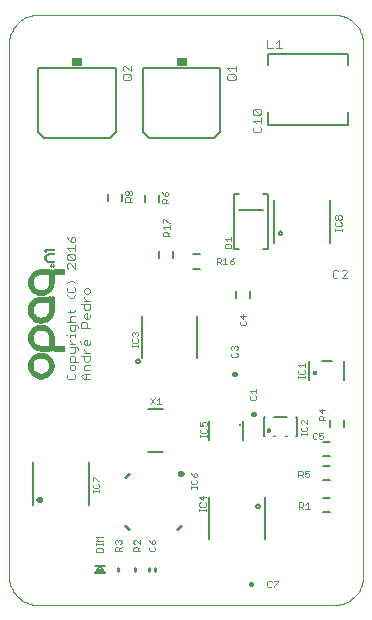
<source format=gto>
G75*
G70*
%OFA0B0*%
%FSLAX24Y24*%
%IPPOS*%
%LPD*%
%AMOC8*
5,1,8,0,0,1.08239X$1,22.5*
%
%ADD10C,0.0000*%
%ADD11C,0.0040*%
%ADD12R,0.0014X0.0168*%
%ADD13R,0.0014X0.0168*%
%ADD14R,0.0014X0.0126*%
%ADD15R,0.0014X0.0504*%
%ADD16R,0.0014X0.0560*%
%ADD17R,0.0014X0.0490*%
%ADD18R,0.0014X0.0098*%
%ADD19R,0.0014X0.0056*%
%ADD20R,0.0014X0.0042*%
%ADD21R,0.0014X0.0252*%
%ADD22R,0.0014X0.0602*%
%ADD23R,0.0014X0.0336*%
%ADD24R,0.0014X0.0602*%
%ADD25R,0.0014X0.0644*%
%ADD26R,0.0014X0.0392*%
%ADD27R,0.0014X0.0630*%
%ADD28R,0.0014X0.0672*%
%ADD29R,0.0014X0.0028*%
%ADD30R,0.0014X0.0056*%
%ADD31R,0.0014X0.0042*%
%ADD32R,0.0014X0.0448*%
%ADD33R,0.0014X0.0658*%
%ADD34R,0.0014X0.0686*%
%ADD35R,0.0014X0.0028*%
%ADD36R,0.0014X0.0714*%
%ADD37R,0.0014X0.0672*%
%ADD38R,0.0014X0.0532*%
%ADD39R,0.0014X0.0700*%
%ADD40R,0.0014X0.0728*%
%ADD41R,0.0014X0.0714*%
%ADD42R,0.0014X0.0742*%
%ADD43R,0.0014X0.0588*%
%ADD44R,0.0014X0.0742*%
%ADD45R,0.0014X0.0756*%
%ADD46R,0.0014X0.0728*%
%ADD47R,0.0014X0.0098*%
%ADD48R,0.0014X0.0616*%
%ADD49R,0.0014X0.0756*%
%ADD50R,0.0014X0.0770*%
%ADD51R,0.0014X0.0784*%
%ADD52R,0.0014X0.0798*%
%ADD53R,0.0014X0.0280*%
%ADD54R,0.0014X0.0378*%
%ADD55R,0.0014X0.0196*%
%ADD56R,0.0014X0.0266*%
%ADD57R,0.0014X0.0238*%
%ADD58R,0.0014X0.0252*%
%ADD59R,0.0014X0.0294*%
%ADD60R,0.0014X0.0196*%
%ADD61R,0.0014X0.0070*%
%ADD62R,0.0014X0.0224*%
%ADD63R,0.0014X0.0224*%
%ADD64R,0.0014X0.0238*%
%ADD65R,0.0014X0.0070*%
%ADD66R,0.0014X0.0252*%
%ADD67R,0.0014X0.0210*%
%ADD68R,0.0014X0.0084*%
%ADD69R,0.0014X0.0224*%
%ADD70R,0.0014X0.0084*%
%ADD71R,0.0014X0.0014*%
%ADD72R,0.0014X0.0182*%
%ADD73R,0.0014X0.0182*%
%ADD74R,0.0014X0.0112*%
%ADD75R,0.0014X0.0154*%
%ADD76R,0.0014X0.0182*%
%ADD77R,0.0014X0.0182*%
%ADD78R,0.0014X0.0252*%
%ADD79R,0.0014X0.0308*%
%ADD80R,0.0014X0.0672*%
%ADD81R,0.0014X0.0630*%
%ADD82R,0.0014X0.0602*%
%ADD83R,0.0014X0.0602*%
%ADD84R,0.0014X0.0532*%
%ADD85R,0.0014X0.0448*%
%ADD86R,0.0014X0.0392*%
%ADD87R,0.0014X0.0392*%
%ADD88R,0.0014X0.0322*%
%ADD89C,0.0080*%
%ADD90R,0.0340X0.0300*%
%ADD91C,0.0060*%
%ADD92C,0.0030*%
%ADD93C,0.0050*%
%ADD94C,0.0079*%
%ADD95C,0.0070*%
%ADD96C,0.0177*%
%ADD97C,0.0160*%
%ADD98C,0.0020*%
%ADD99C,0.0100*%
%ADD100C,0.0079*%
%ADD101C,0.0118*%
D10*
X016013Y005469D02*
X016013Y023186D01*
X016014Y023186D02*
X016016Y023248D01*
X016022Y023309D01*
X016031Y023370D01*
X016045Y023431D01*
X016062Y023490D01*
X016083Y023548D01*
X016108Y023605D01*
X016136Y023660D01*
X016167Y023713D01*
X016202Y023764D01*
X016240Y023813D01*
X016281Y023860D01*
X016324Y023903D01*
X016371Y023944D01*
X016420Y023982D01*
X016471Y024017D01*
X016524Y024048D01*
X016579Y024076D01*
X016636Y024101D01*
X016694Y024122D01*
X016753Y024139D01*
X016814Y024153D01*
X016875Y024162D01*
X016936Y024168D01*
X016998Y024170D01*
X026840Y024170D01*
X026902Y024168D01*
X026963Y024162D01*
X027024Y024153D01*
X027085Y024139D01*
X027144Y024122D01*
X027202Y024101D01*
X027259Y024076D01*
X027314Y024048D01*
X027367Y024017D01*
X027418Y023982D01*
X027467Y023944D01*
X027514Y023903D01*
X027557Y023860D01*
X027598Y023813D01*
X027636Y023764D01*
X027671Y023713D01*
X027702Y023660D01*
X027730Y023605D01*
X027755Y023548D01*
X027776Y023490D01*
X027793Y023431D01*
X027807Y023370D01*
X027816Y023309D01*
X027822Y023248D01*
X027824Y023186D01*
X027824Y005469D01*
X027822Y005407D01*
X027816Y005346D01*
X027807Y005285D01*
X027793Y005224D01*
X027776Y005165D01*
X027755Y005107D01*
X027730Y005050D01*
X027702Y004995D01*
X027671Y004942D01*
X027636Y004891D01*
X027598Y004842D01*
X027557Y004795D01*
X027514Y004752D01*
X027467Y004711D01*
X027418Y004673D01*
X027367Y004638D01*
X027314Y004607D01*
X027259Y004579D01*
X027202Y004554D01*
X027144Y004533D01*
X027085Y004516D01*
X027024Y004502D01*
X026963Y004493D01*
X026902Y004487D01*
X026840Y004485D01*
X016998Y004485D01*
X016936Y004487D01*
X016875Y004493D01*
X016814Y004502D01*
X016753Y004516D01*
X016694Y004533D01*
X016636Y004554D01*
X016579Y004579D01*
X016524Y004607D01*
X016471Y004638D01*
X016420Y004673D01*
X016371Y004711D01*
X016324Y004752D01*
X016281Y004795D01*
X016240Y004842D01*
X016202Y004891D01*
X016167Y004942D01*
X016136Y004995D01*
X016108Y005050D01*
X016083Y005107D01*
X016062Y005165D01*
X016045Y005224D01*
X016031Y005285D01*
X016022Y005346D01*
X016016Y005407D01*
X016014Y005469D01*
D11*
X018000Y012018D02*
X018187Y012018D01*
X018234Y012065D01*
X018234Y012158D01*
X018187Y012205D01*
X018187Y012313D02*
X018234Y012360D01*
X018234Y012453D01*
X018187Y012500D01*
X018094Y012500D01*
X018047Y012453D01*
X018047Y012360D01*
X018094Y012313D01*
X018187Y012313D01*
X018000Y012205D02*
X017953Y012158D01*
X017953Y012065D01*
X018000Y012018D01*
X018433Y012112D02*
X018527Y012205D01*
X018714Y012205D01*
X018714Y012313D02*
X018527Y012313D01*
X018527Y012453D01*
X018574Y012500D01*
X018714Y012500D01*
X018667Y012608D02*
X018574Y012608D01*
X018527Y012654D01*
X018527Y012794D01*
X018433Y012794D02*
X018714Y012794D01*
X018714Y012654D01*
X018667Y012608D01*
X018714Y012902D02*
X018527Y012902D01*
X018620Y012902D02*
X018527Y012996D01*
X018527Y013042D01*
X018574Y013148D02*
X018527Y013194D01*
X018527Y013288D01*
X018574Y013335D01*
X018620Y013335D01*
X018620Y013148D01*
X018574Y013148D02*
X018667Y013148D01*
X018714Y013194D01*
X018714Y013288D01*
X018433Y013194D02*
X018387Y013288D01*
X018234Y013197D02*
X018047Y013197D01*
X018140Y013197D02*
X018047Y013290D01*
X018047Y013337D01*
X018047Y013442D02*
X018047Y013489D01*
X018234Y013489D01*
X018234Y013442D02*
X018234Y013536D01*
X018187Y013639D02*
X018234Y013686D01*
X018234Y013826D01*
X018280Y013826D02*
X018047Y013826D01*
X018047Y013686D01*
X018094Y013639D01*
X018187Y013639D01*
X018327Y013732D02*
X018327Y013779D01*
X018280Y013826D01*
X018234Y013934D02*
X017953Y013934D01*
X018047Y013980D02*
X018047Y014074D01*
X018094Y014120D01*
X018234Y014120D01*
X018187Y014275D02*
X018234Y014322D01*
X018187Y014275D02*
X018000Y014275D01*
X018047Y014228D02*
X018047Y014322D01*
X018047Y014719D02*
X017953Y014813D01*
X018000Y014916D02*
X018187Y014916D01*
X018234Y014962D01*
X018234Y015056D01*
X018187Y015103D01*
X018234Y015210D02*
X018140Y015304D01*
X018047Y015304D01*
X017953Y015210D01*
X018000Y015103D02*
X017953Y015056D01*
X017953Y014962D01*
X018000Y014916D01*
X018047Y014719D02*
X018140Y014719D01*
X018234Y014813D01*
X018527Y014761D02*
X018527Y014714D01*
X018620Y014621D01*
X018527Y014621D02*
X018714Y014621D01*
X018714Y014513D02*
X018433Y014513D01*
X018527Y014513D02*
X018527Y014373D01*
X018574Y014326D01*
X018667Y014326D01*
X018714Y014373D01*
X018714Y014513D01*
X018620Y014219D02*
X018620Y014032D01*
X018574Y014032D02*
X018527Y014078D01*
X018527Y014172D01*
X018574Y014219D01*
X018620Y014219D01*
X018714Y014172D02*
X018714Y014078D01*
X018667Y014032D01*
X018574Y014032D01*
X018574Y013924D02*
X018620Y013877D01*
X018620Y013737D01*
X018714Y013737D02*
X018433Y013737D01*
X018433Y013877D01*
X018480Y013924D01*
X018574Y013924D01*
X018094Y013934D02*
X018047Y013980D01*
X017953Y013489D02*
X017907Y013489D01*
X018047Y013089D02*
X018280Y013089D01*
X018327Y013042D01*
X018327Y012996D01*
X018234Y012949D02*
X018234Y013089D01*
X018234Y012949D02*
X018187Y012902D01*
X018047Y012902D01*
X018094Y012794D02*
X018047Y012748D01*
X018047Y012608D01*
X018327Y012608D01*
X018234Y012608D02*
X018234Y012748D01*
X018187Y012794D01*
X018094Y012794D01*
X018574Y012205D02*
X018574Y012018D01*
X018527Y012018D02*
X018433Y012112D01*
X018527Y012018D02*
X018714Y012018D01*
X018667Y014867D02*
X018714Y014913D01*
X018714Y015007D01*
X018667Y015053D01*
X018574Y015053D01*
X018527Y015007D01*
X018527Y014913D01*
X018574Y014867D01*
X018667Y014867D01*
X018234Y015701D02*
X018047Y015888D01*
X018000Y015888D01*
X017953Y015842D01*
X017953Y015748D01*
X018000Y015701D01*
X018234Y015701D02*
X018234Y015888D01*
X018187Y015996D02*
X018000Y016183D01*
X018187Y016183D01*
X018234Y016136D01*
X018234Y016043D01*
X018187Y015996D01*
X018000Y015996D01*
X017953Y016043D01*
X017953Y016136D01*
X018000Y016183D01*
X018047Y016291D02*
X017953Y016384D01*
X018234Y016384D01*
X018234Y016291D02*
X018234Y016478D01*
X018187Y016585D02*
X018234Y016632D01*
X018234Y016725D01*
X018187Y016772D01*
X018140Y016772D01*
X018094Y016725D01*
X018094Y016585D01*
X018187Y016585D01*
X018094Y016585D02*
X018000Y016679D01*
X017953Y016772D01*
X024151Y020298D02*
X024198Y020252D01*
X024384Y020252D01*
X024431Y020298D01*
X024431Y020392D01*
X024384Y020438D01*
X024431Y020546D02*
X024431Y020733D01*
X024431Y020640D02*
X024151Y020640D01*
X024244Y020546D01*
X024198Y020438D02*
X024151Y020392D01*
X024151Y020298D01*
X024198Y020841D02*
X024151Y020888D01*
X024151Y020981D01*
X024198Y021028D01*
X024384Y020841D01*
X024431Y020888D01*
X024431Y020981D01*
X024384Y021028D01*
X024198Y021028D01*
X024198Y020841D02*
X024384Y020841D01*
X023526Y021990D02*
X023573Y022037D01*
X023573Y022130D01*
X023526Y022177D01*
X023340Y022177D01*
X023293Y022130D01*
X023293Y022037D01*
X023340Y021990D01*
X023526Y021990D01*
X023480Y022084D02*
X023573Y022177D01*
X023573Y022285D02*
X023573Y022472D01*
X023573Y022378D02*
X023293Y022378D01*
X023386Y022285D01*
X024634Y023049D02*
X024821Y023049D01*
X024929Y023049D02*
X025115Y023049D01*
X025022Y023049D02*
X025022Y023330D01*
X024929Y023236D01*
X024634Y023330D02*
X024634Y023049D01*
X020085Y022472D02*
X020085Y022285D01*
X019898Y022472D01*
X019851Y022472D01*
X019805Y022425D01*
X019805Y022332D01*
X019851Y022285D01*
X019851Y022177D02*
X020038Y022177D01*
X020085Y022130D01*
X020085Y022037D01*
X020038Y021990D01*
X019851Y021990D01*
X019805Y022037D01*
X019805Y022130D01*
X019851Y022177D01*
X019992Y022084D02*
X020085Y022177D01*
X026809Y015623D02*
X026809Y015436D01*
X026855Y015390D01*
X026949Y015390D01*
X026996Y015436D01*
X027103Y015390D02*
X027290Y015576D01*
X027290Y015623D01*
X027244Y015670D01*
X027150Y015670D01*
X027103Y015623D01*
X026996Y015623D02*
X026949Y015670D01*
X026855Y015670D01*
X026809Y015623D01*
X027103Y015390D02*
X027290Y015390D01*
D12*
X017889Y015580D03*
X017875Y015580D03*
X017861Y015580D03*
X017833Y015580D03*
X017819Y015580D03*
X017805Y015580D03*
X017791Y015580D03*
X017763Y015580D03*
X017749Y015580D03*
X017735Y015580D03*
X017721Y015580D03*
X017693Y015580D03*
X017679Y015580D03*
X017665Y015580D03*
X017651Y015580D03*
X017623Y015580D03*
X017609Y015580D03*
X017595Y015580D03*
X017581Y015580D03*
X017553Y015580D03*
X017371Y015580D03*
X017343Y015580D03*
X017329Y015580D03*
X017315Y015580D03*
X017301Y015580D03*
X017273Y015580D03*
X017259Y015580D03*
X017245Y015580D03*
X017231Y015580D03*
X017203Y015580D03*
X017189Y015580D03*
X017175Y015580D03*
X017161Y015580D03*
X017133Y015580D03*
X017119Y015580D03*
X017105Y015580D03*
X017091Y015580D03*
X017063Y015580D03*
X017049Y015580D03*
X017035Y015580D03*
X017035Y014894D03*
X017021Y014894D03*
X017049Y014894D03*
X017063Y014894D03*
X017091Y014880D03*
X017105Y014880D03*
X017119Y014880D03*
X017133Y014880D03*
X017161Y014894D03*
X017175Y014894D03*
X017189Y014894D03*
X017203Y014894D03*
X017231Y014908D03*
X017189Y013732D03*
X017175Y013732D03*
X017161Y013732D03*
X017133Y013732D03*
X017119Y013732D03*
X017105Y013732D03*
X017091Y013732D03*
X017063Y013732D03*
X017049Y013732D03*
X017035Y013732D03*
X017035Y013046D03*
X017021Y013046D03*
X017049Y013046D03*
X017063Y013046D03*
X017091Y013032D03*
X017105Y013032D03*
X017119Y013032D03*
X017133Y013032D03*
X017161Y013032D03*
X017175Y013032D03*
X017189Y013032D03*
X017203Y013032D03*
X017231Y013032D03*
X017245Y013032D03*
X017259Y013032D03*
X017273Y013032D03*
X017301Y013032D03*
X017315Y013032D03*
X017329Y013032D03*
X017343Y013032D03*
X017371Y013032D03*
X017553Y013032D03*
X017581Y013032D03*
X017595Y013032D03*
X017609Y013032D03*
X017623Y013032D03*
X017651Y013032D03*
X017665Y013032D03*
X017679Y013032D03*
X017693Y013032D03*
X017721Y013032D03*
X017735Y013032D03*
X017749Y013032D03*
X017763Y013032D03*
X017791Y013032D03*
X017805Y013032D03*
X017819Y013032D03*
X017833Y013032D03*
X017861Y013032D03*
X017875Y013032D03*
X017889Y013032D03*
X017175Y012808D03*
X017161Y012808D03*
X017133Y012808D03*
X017119Y012808D03*
X017105Y012808D03*
X017091Y012808D03*
X017063Y012808D03*
X017049Y012808D03*
X017049Y012122D03*
X017035Y012122D03*
X017021Y012122D03*
X017063Y012108D03*
X017091Y012108D03*
X017105Y012108D03*
X017119Y012108D03*
X017133Y012108D03*
X017161Y012108D03*
X017175Y012122D03*
X017189Y012122D03*
X017203Y012122D03*
D13*
X017147Y012108D03*
X017077Y012108D03*
X017007Y012794D03*
X017077Y012808D03*
X017147Y012808D03*
X017217Y012794D03*
X017217Y013032D03*
X017147Y013032D03*
X017077Y013032D03*
X017287Y013032D03*
X017357Y013032D03*
X017567Y013032D03*
X017637Y013032D03*
X017707Y013032D03*
X017777Y013032D03*
X017847Y013032D03*
X017217Y013718D03*
X017147Y013732D03*
X017077Y013732D03*
X017007Y013718D03*
X017077Y014880D03*
X017007Y015566D03*
X017077Y015580D03*
X017147Y015580D03*
X017217Y015580D03*
X017287Y015580D03*
X017357Y015580D03*
X017567Y015580D03*
X017637Y015580D03*
X017707Y015580D03*
X017777Y015580D03*
X017847Y015580D03*
D14*
X017525Y015797D03*
X017441Y015797D03*
X016685Y015237D03*
X016685Y013389D03*
X016685Y012465D03*
X017539Y012465D03*
D15*
X017539Y013200D03*
D16*
X017525Y013228D03*
X016783Y013382D03*
X016783Y012458D03*
X017441Y012458D03*
X016769Y014320D03*
X017539Y014488D03*
X016783Y015230D03*
X017525Y015384D03*
D17*
X017539Y015419D03*
X016755Y015237D03*
X016741Y014327D03*
X016755Y013389D03*
X016755Y012465D03*
X017469Y012465D03*
D18*
X017539Y015797D03*
D19*
X017539Y015916D03*
X017525Y015916D03*
X017511Y015916D03*
X017483Y015916D03*
X017469Y015916D03*
X017455Y015916D03*
X017441Y015916D03*
X017413Y015916D03*
X017399Y015916D03*
X017385Y015916D03*
X017371Y015916D03*
X017329Y015930D03*
X017371Y016182D03*
X017385Y016182D03*
X017399Y016182D03*
X017413Y016182D03*
X017441Y016182D03*
X017455Y016182D03*
X017469Y016182D03*
X017483Y016182D03*
X017511Y016182D03*
X017525Y016182D03*
X017539Y016182D03*
D20*
X017539Y016315D03*
X017525Y016315D03*
X017511Y016315D03*
X017483Y016315D03*
X017469Y016315D03*
X017455Y016315D03*
X017441Y016315D03*
X017413Y016315D03*
X017399Y016315D03*
X017385Y016315D03*
X017371Y016315D03*
X017343Y016315D03*
X017329Y016315D03*
X017315Y016315D03*
X017301Y016315D03*
X017273Y016315D03*
X017273Y016245D03*
X017455Y015839D03*
X017511Y015839D03*
X017511Y015755D03*
X017455Y015755D03*
D21*
X016699Y013382D03*
X016699Y012458D03*
X017525Y012458D03*
D22*
X017525Y014467D03*
X016783Y014327D03*
X017511Y015363D03*
D23*
X016713Y015230D03*
X016713Y013382D03*
X016713Y012458D03*
X017511Y012458D03*
D24*
X017511Y013249D03*
D25*
X017399Y012458D03*
X016825Y012458D03*
X017511Y014446D03*
D26*
X016727Y013382D03*
X016727Y012458D03*
X017497Y012458D03*
D27*
X017497Y013263D03*
X016797Y014327D03*
X017497Y015349D03*
D28*
X017497Y014432D03*
D29*
X017497Y015748D03*
X017497Y015846D03*
D30*
X017497Y015916D03*
X017427Y015916D03*
X017427Y016182D03*
X017357Y016182D03*
X017497Y016182D03*
D31*
X017497Y016315D03*
X017427Y016315D03*
X017357Y016315D03*
X017287Y016315D03*
D32*
X016741Y015230D03*
X016741Y013382D03*
X016741Y012458D03*
X017483Y012458D03*
D33*
X017483Y013277D03*
X016825Y013389D03*
X016811Y014327D03*
X016825Y015237D03*
X017483Y015335D03*
D34*
X017483Y014425D03*
X017469Y013291D03*
D35*
X017469Y015748D03*
X017483Y015748D03*
X017483Y015846D03*
X017469Y015846D03*
D36*
X017441Y015307D03*
X017469Y014411D03*
D37*
X017469Y015328D03*
X016839Y013382D03*
X016839Y012458D03*
X017385Y012458D03*
D38*
X017455Y012458D03*
X016769Y012458D03*
X016769Y013382D03*
D39*
X017455Y013298D03*
X016839Y014320D03*
X017455Y015314D03*
D40*
X017455Y014404D03*
X016853Y014320D03*
D41*
X017441Y013305D03*
D42*
X017441Y014397D03*
X017413Y015293D03*
D43*
X017427Y012458D03*
X016797Y012458D03*
D44*
X017427Y013319D03*
D45*
X017427Y014390D03*
D46*
X017427Y015300D03*
D47*
X017427Y015797D03*
X017287Y015965D03*
D48*
X017413Y012458D03*
D49*
X017413Y013326D03*
X017399Y015286D03*
D50*
X017385Y015279D03*
X017413Y014383D03*
X017399Y013333D03*
X017385Y013333D03*
D51*
X017399Y014376D03*
D52*
X017385Y014369D03*
D53*
X016853Y015020D03*
X016853Y015440D03*
X016853Y013592D03*
X017371Y013592D03*
X016853Y013172D03*
X016853Y012668D03*
X017371Y012668D03*
X017371Y012248D03*
X016853Y012248D03*
D54*
X017371Y014145D03*
D55*
X017203Y013984D03*
X017189Y013984D03*
X017133Y013970D03*
X017119Y013970D03*
X017105Y013970D03*
X017091Y013970D03*
X017063Y013970D03*
X017035Y013984D03*
X017021Y013984D03*
X016965Y013704D03*
X016923Y013676D03*
X017301Y013676D03*
X017273Y012766D03*
X017301Y012752D03*
X016951Y012766D03*
X016923Y012752D03*
X016951Y012150D03*
X017273Y012150D03*
X016979Y014642D03*
X017021Y014656D03*
X017035Y014656D03*
X017049Y014670D03*
X017063Y014670D03*
X017091Y014670D03*
X017105Y014670D03*
X017119Y014670D03*
X017133Y014670D03*
X017161Y014670D03*
X017175Y014670D03*
X017189Y014670D03*
X017203Y014670D03*
X017231Y014670D03*
X017245Y014670D03*
X017259Y014670D03*
X017273Y014670D03*
X017301Y014670D03*
X017315Y014670D03*
X017329Y014670D03*
X017343Y014670D03*
X017371Y014670D03*
X016951Y014922D03*
X016923Y015524D03*
X016965Y015552D03*
X017245Y016056D03*
D56*
X017371Y015027D03*
X016881Y014565D03*
X016881Y014075D03*
X017343Y014075D03*
D57*
X017357Y012227D03*
X016867Y012227D03*
D58*
X016867Y012696D03*
X017357Y012696D03*
X017357Y013620D03*
X016867Y013620D03*
X016867Y015006D03*
X017357Y015006D03*
D59*
X016867Y014551D03*
X017357Y014103D03*
D60*
X017217Y013984D03*
X017147Y013970D03*
X017077Y013970D03*
X017007Y013984D03*
X016937Y013690D03*
X017287Y013690D03*
X016937Y013088D03*
X016937Y012766D03*
X017287Y012766D03*
X017287Y012164D03*
X016937Y012164D03*
X017007Y014656D03*
X017077Y014670D03*
X017147Y014670D03*
X017217Y014670D03*
X017287Y014670D03*
X017357Y014670D03*
X017287Y014936D03*
X016937Y014936D03*
X016937Y015538D03*
D61*
X017357Y015923D03*
X017217Y016049D03*
X017217Y016301D03*
D62*
X017259Y016056D03*
X016895Y015496D03*
X016895Y014964D03*
X016951Y014628D03*
X016951Y014012D03*
X017273Y014012D03*
X017329Y013648D03*
X016895Y013648D03*
X016895Y013116D03*
X016895Y012724D03*
X017329Y012724D03*
X017343Y012206D03*
X017329Y012192D03*
X016895Y012192D03*
X016881Y012206D03*
D63*
X016881Y012710D03*
X017343Y012710D03*
X016685Y014320D03*
D64*
X016909Y014593D03*
X016923Y014607D03*
X016881Y014985D03*
X017343Y014985D03*
X016881Y015489D03*
X016909Y014047D03*
X016923Y014033D03*
X017301Y014033D03*
X017315Y014047D03*
X017343Y013641D03*
X016881Y013641D03*
X016881Y013137D03*
D65*
X017343Y015923D03*
X017315Y015937D03*
X017315Y016161D03*
X017329Y016175D03*
X017343Y016175D03*
D66*
X017273Y016056D03*
X016699Y015230D03*
X016895Y014586D03*
X016895Y014054D03*
X017329Y014054D03*
D67*
X017259Y014005D03*
X017245Y014005D03*
X017231Y013991D03*
X016993Y013991D03*
X016979Y014005D03*
X016965Y014005D03*
X016909Y013669D03*
X017315Y013669D03*
X016909Y013109D03*
X016923Y013095D03*
X016909Y012745D03*
X017315Y012745D03*
X017315Y012185D03*
X017301Y012171D03*
X016923Y012171D03*
X016909Y012185D03*
X016965Y014635D03*
X016993Y014649D03*
X016923Y014943D03*
X016909Y014957D03*
X017301Y014943D03*
X017315Y014957D03*
X017329Y014971D03*
X016909Y015517D03*
D68*
X017301Y015944D03*
X017301Y016154D03*
X017231Y016294D03*
D69*
X016937Y014614D03*
X016937Y014026D03*
X017287Y014026D03*
D70*
X017287Y016140D03*
D71*
X017287Y016231D03*
D72*
X017021Y015573D03*
X017049Y013977D03*
X017161Y013977D03*
X017175Y013977D03*
X017259Y013697D03*
X017273Y013697D03*
X016951Y013697D03*
X016965Y013067D03*
X016979Y013067D03*
X016993Y013053D03*
X016993Y012787D03*
X016979Y012787D03*
X016965Y012773D03*
X017231Y012787D03*
X017245Y012787D03*
X017259Y012773D03*
X017259Y012143D03*
X017245Y012143D03*
X016979Y012143D03*
X016965Y012143D03*
D73*
X016993Y012129D03*
X017231Y012129D03*
X017203Y012801D03*
X017189Y012801D03*
X017035Y012801D03*
X017021Y012801D03*
X016951Y013081D03*
X016979Y013711D03*
X016993Y013711D03*
X017021Y013725D03*
X017203Y013725D03*
X017231Y013711D03*
X017245Y013711D03*
X017245Y014915D03*
X017259Y014915D03*
X017273Y014929D03*
X016993Y014901D03*
X016979Y014915D03*
X016965Y014915D03*
X016951Y015545D03*
X016979Y015559D03*
X016993Y015559D03*
D74*
X017245Y016280D03*
X017259Y016280D03*
D75*
X017231Y016049D03*
D76*
X017217Y014901D03*
X017007Y014901D03*
X017007Y012129D03*
X017217Y012129D03*
D77*
X017007Y013053D03*
X017147Y014887D03*
D78*
X016867Y015468D03*
X016867Y013158D03*
D79*
X016867Y014096D03*
D80*
X016825Y014320D03*
X016839Y015230D03*
D81*
X016811Y015237D03*
X016811Y013389D03*
X016811Y012465D03*
D82*
X016797Y013389D03*
D83*
X016797Y015237D03*
D84*
X016769Y015230D03*
X016755Y014320D03*
D85*
X016727Y014320D03*
D86*
X016727Y015230D03*
D87*
X016713Y014320D03*
D88*
X016699Y014327D03*
D89*
X020261Y012622D02*
X020263Y012637D01*
X020269Y012650D01*
X020278Y012662D01*
X020289Y012671D01*
X020303Y012677D01*
X020318Y012679D01*
X020333Y012677D01*
X020346Y012671D01*
X020358Y012662D01*
X020367Y012651D01*
X020373Y012637D01*
X020375Y012622D01*
X020373Y012607D01*
X020367Y012594D01*
X020358Y012582D01*
X020347Y012573D01*
X020333Y012567D01*
X020318Y012565D01*
X020303Y012567D01*
X020290Y012573D01*
X020278Y012582D01*
X020269Y012593D01*
X020263Y012607D01*
X020261Y012622D01*
X020639Y011020D02*
X021151Y011020D01*
X021151Y009603D02*
X020639Y009603D01*
X024265Y007788D02*
X024267Y007803D01*
X024273Y007816D01*
X024282Y007828D01*
X024293Y007837D01*
X024307Y007843D01*
X024322Y007845D01*
X024337Y007843D01*
X024350Y007837D01*
X024362Y007828D01*
X024371Y007817D01*
X024377Y007803D01*
X024379Y007788D01*
X024377Y007773D01*
X024371Y007760D01*
X024362Y007748D01*
X024351Y007739D01*
X024337Y007733D01*
X024322Y007731D01*
X024307Y007733D01*
X024294Y007739D01*
X024282Y007748D01*
X024273Y007759D01*
X024267Y007773D01*
X024265Y007788D01*
X024478Y016375D02*
X024655Y016375D01*
X024655Y018186D01*
X024478Y018186D01*
X023690Y018186D02*
X023513Y018186D01*
X023513Y016375D01*
X023690Y016375D01*
X025010Y016890D02*
X025012Y016905D01*
X025018Y016918D01*
X025027Y016930D01*
X025038Y016939D01*
X025052Y016945D01*
X025067Y016947D01*
X025082Y016945D01*
X025095Y016939D01*
X025107Y016930D01*
X025116Y016919D01*
X025122Y016905D01*
X025124Y016890D01*
X025122Y016875D01*
X025116Y016862D01*
X025107Y016850D01*
X025096Y016841D01*
X025082Y016835D01*
X025067Y016833D01*
X025052Y016835D01*
X025039Y016841D01*
X025027Y016850D01*
X025018Y016861D01*
X025012Y016875D01*
X025010Y016890D01*
X024478Y017674D02*
X023690Y017674D01*
X022866Y020054D02*
X020681Y020054D01*
X020484Y020251D01*
X020484Y022406D01*
X023063Y022406D01*
X023063Y020251D01*
X022866Y020054D01*
X019574Y020251D02*
X019378Y020054D01*
X017192Y020054D01*
X016996Y020251D01*
X016996Y022406D01*
X019574Y022406D01*
X019574Y020251D01*
D90*
X018285Y022600D03*
X021773Y022600D03*
D91*
X021013Y018146D02*
X021013Y017910D01*
X020541Y017910D02*
X020541Y018146D01*
X019793Y018186D02*
X019793Y017949D01*
X019320Y017949D02*
X019320Y018186D01*
X021013Y016296D02*
X021013Y016060D01*
X021486Y016060D02*
X021486Y016296D01*
X022155Y016178D02*
X022391Y016178D01*
X022391Y015705D02*
X022155Y015705D01*
X023572Y014957D02*
X023572Y014721D01*
X024045Y014721D02*
X024045Y014957D01*
X022298Y014132D02*
X022298Y012712D01*
X020438Y012712D02*
X020438Y014132D01*
X024847Y016570D02*
X024847Y017990D01*
X026707Y017990D02*
X026707Y016570D01*
X026722Y010666D02*
X026722Y010430D01*
X027194Y010430D02*
X027194Y010666D01*
X026722Y009918D02*
X026486Y009918D01*
X026486Y009445D02*
X026722Y009445D01*
X026722Y009130D02*
X026486Y009130D01*
X026486Y008658D02*
X026722Y008658D01*
X026722Y008067D02*
X026486Y008067D01*
X026486Y007595D02*
X026722Y007595D01*
X024542Y008108D02*
X024542Y006688D01*
X022682Y006688D02*
X022682Y008108D01*
X022698Y010004D02*
X022698Y010619D01*
X023818Y010619D02*
X023818Y010004D01*
X024509Y010111D02*
X024546Y010111D01*
X024509Y010111D02*
X024509Y010749D01*
X024546Y010749D01*
X024863Y010749D02*
X025274Y010749D01*
X025591Y010749D02*
X025628Y010749D01*
X025628Y010111D01*
X025591Y010111D01*
X025274Y010111D02*
X025237Y010111D01*
X024900Y010111D02*
X024863Y010111D01*
X018676Y009250D02*
X018676Y007830D01*
X016816Y007830D02*
X016816Y009250D01*
D92*
X018813Y008753D02*
X018813Y008613D01*
X018848Y008532D02*
X018813Y008497D01*
X018813Y008427D01*
X018848Y008392D01*
X018988Y008392D01*
X019023Y008427D01*
X019023Y008497D01*
X018988Y008532D01*
X018988Y008613D02*
X019023Y008613D01*
X018988Y008613D02*
X018848Y008753D01*
X018813Y008753D01*
X018813Y008315D02*
X018813Y008244D01*
X018813Y008279D02*
X019023Y008279D01*
X019023Y008244D02*
X019023Y008315D01*
X018925Y006767D02*
X019135Y006767D01*
X019135Y006627D02*
X018925Y006627D01*
X018995Y006697D01*
X018925Y006767D01*
X018925Y006550D02*
X018925Y006480D01*
X018925Y006515D02*
X019135Y006515D01*
X019135Y006480D02*
X019135Y006550D01*
X019100Y006399D02*
X018960Y006399D01*
X018925Y006364D01*
X018925Y006259D01*
X019135Y006259D01*
X019135Y006364D01*
X019100Y006399D01*
X019558Y006402D02*
X019593Y006437D01*
X019663Y006437D01*
X019698Y006402D01*
X019698Y006297D01*
X019698Y006367D02*
X019768Y006437D01*
X019733Y006518D02*
X019768Y006553D01*
X019768Y006623D01*
X019733Y006658D01*
X019698Y006658D01*
X019663Y006623D01*
X019663Y006588D01*
X019663Y006623D02*
X019628Y006658D01*
X019593Y006658D01*
X019558Y006623D01*
X019558Y006553D01*
X019593Y006518D01*
X019558Y006402D02*
X019558Y006297D01*
X019768Y006297D01*
X020166Y006301D02*
X020166Y006406D01*
X020201Y006441D01*
X020271Y006441D01*
X020306Y006406D01*
X020306Y006301D01*
X020376Y006301D02*
X020166Y006301D01*
X020306Y006371D02*
X020376Y006441D01*
X020376Y006522D02*
X020236Y006662D01*
X020201Y006662D01*
X020166Y006627D01*
X020166Y006557D01*
X020201Y006522D01*
X020376Y006522D02*
X020376Y006662D01*
X020678Y006662D02*
X020713Y006592D01*
X020783Y006522D01*
X020783Y006627D01*
X020818Y006662D01*
X020854Y006662D01*
X020889Y006627D01*
X020889Y006557D01*
X020854Y006522D01*
X020783Y006522D01*
X020713Y006441D02*
X020678Y006406D01*
X020678Y006336D01*
X020713Y006301D01*
X020854Y006301D01*
X020889Y006336D01*
X020889Y006406D01*
X020854Y006441D01*
X022366Y007626D02*
X022366Y007696D01*
X022366Y007661D02*
X022576Y007661D01*
X022576Y007626D02*
X022576Y007696D01*
X022541Y007773D02*
X022576Y007808D01*
X022576Y007878D01*
X022541Y007913D01*
X022471Y007994D02*
X022471Y008134D01*
X022366Y008099D02*
X022471Y007994D01*
X022401Y007913D02*
X022366Y007878D01*
X022366Y007808D01*
X022401Y007773D01*
X022541Y007773D01*
X022576Y008099D02*
X022366Y008099D01*
X022291Y008375D02*
X022291Y008445D01*
X022291Y008410D02*
X022081Y008410D01*
X022081Y008375D02*
X022081Y008445D01*
X022116Y008522D02*
X022256Y008522D01*
X022291Y008557D01*
X022291Y008627D01*
X022256Y008663D01*
X022256Y008743D02*
X022291Y008778D01*
X022291Y008848D01*
X022256Y008883D01*
X022221Y008883D01*
X022186Y008848D01*
X022186Y008743D01*
X022256Y008743D01*
X022186Y008743D02*
X022116Y008813D01*
X022081Y008883D01*
X022116Y008663D02*
X022081Y008627D01*
X022081Y008557D01*
X022116Y008522D01*
X022393Y010081D02*
X022393Y010151D01*
X022393Y010116D02*
X022604Y010116D01*
X022604Y010081D02*
X022604Y010151D01*
X022569Y010228D02*
X022604Y010263D01*
X022604Y010333D01*
X022569Y010368D01*
X022569Y010449D02*
X022604Y010484D01*
X022604Y010554D01*
X022569Y010589D01*
X022499Y010589D01*
X022464Y010554D01*
X022464Y010519D01*
X022499Y010449D01*
X022393Y010449D01*
X022393Y010589D01*
X022428Y010368D02*
X022393Y010333D01*
X022393Y010263D01*
X022428Y010228D01*
X022569Y010228D01*
X021093Y011179D02*
X020953Y011179D01*
X021023Y011179D02*
X021023Y011389D01*
X020953Y011319D01*
X020872Y011389D02*
X020732Y011179D01*
X020872Y011179D02*
X020732Y011389D01*
X023425Y012797D02*
X023425Y012867D01*
X023460Y012902D01*
X023460Y012983D02*
X023425Y013018D01*
X023425Y013088D01*
X023460Y013123D01*
X023495Y013123D01*
X023530Y013088D01*
X023565Y013123D01*
X023600Y013123D01*
X023635Y013088D01*
X023635Y013018D01*
X023600Y012983D01*
X023600Y012902D02*
X023635Y012867D01*
X023635Y012797D01*
X023600Y012762D01*
X023460Y012762D01*
X023425Y012797D01*
X023530Y013053D02*
X023530Y013088D01*
X025662Y012484D02*
X025872Y012484D01*
X025872Y012414D02*
X025872Y012554D01*
X025732Y012414D02*
X025662Y012484D01*
X025697Y012333D02*
X025662Y012298D01*
X025662Y012228D01*
X025697Y012193D01*
X025837Y012193D01*
X025872Y012228D01*
X025872Y012298D01*
X025837Y012333D01*
X025872Y012116D02*
X025872Y012046D01*
X025872Y012081D02*
X025662Y012081D01*
X025662Y012046D02*
X025662Y012116D01*
X024251Y011701D02*
X024251Y011561D01*
X024251Y011631D02*
X024041Y011631D01*
X024111Y011561D01*
X024076Y011480D02*
X024041Y011445D01*
X024041Y011375D01*
X024076Y011340D01*
X024216Y011340D01*
X024251Y011375D01*
X024251Y011445D01*
X024216Y011480D01*
X025747Y010625D02*
X025747Y010555D01*
X025782Y010520D01*
X025782Y010439D02*
X025747Y010404D01*
X025747Y010334D01*
X025782Y010299D01*
X025922Y010299D01*
X025957Y010334D01*
X025957Y010404D01*
X025922Y010439D01*
X025957Y010520D02*
X025817Y010660D01*
X025782Y010660D01*
X025747Y010625D01*
X025957Y010660D02*
X025957Y010520D01*
X025957Y010221D02*
X025957Y010151D01*
X025957Y010186D02*
X025747Y010186D01*
X025747Y010151D02*
X025747Y010221D01*
X026137Y010197D02*
X026137Y010057D01*
X026172Y010022D01*
X026242Y010022D01*
X026277Y010057D01*
X026358Y010057D02*
X026393Y010022D01*
X026463Y010022D01*
X026498Y010057D01*
X026498Y010127D01*
X026463Y010162D01*
X026428Y010162D01*
X026358Y010127D01*
X026358Y010232D01*
X026498Y010232D01*
X026277Y010197D02*
X026242Y010232D01*
X026172Y010232D01*
X026137Y010197D01*
X026352Y010669D02*
X026352Y010774D01*
X026387Y010809D01*
X026457Y010809D01*
X026492Y010774D01*
X026492Y010669D01*
X026492Y010739D02*
X026562Y010809D01*
X026457Y010890D02*
X026457Y011030D01*
X026352Y010995D02*
X026457Y010890D01*
X026562Y010995D02*
X026352Y010995D01*
X026352Y010669D02*
X026562Y010669D01*
X026026Y008974D02*
X025886Y008974D01*
X025886Y008869D01*
X025956Y008904D01*
X025991Y008904D01*
X026026Y008869D01*
X026026Y008799D01*
X025991Y008764D01*
X025921Y008764D01*
X025886Y008799D01*
X025805Y008764D02*
X025735Y008834D01*
X025770Y008834D02*
X025665Y008834D01*
X025665Y008764D02*
X025665Y008974D01*
X025770Y008974D01*
X025805Y008939D01*
X025805Y008869D01*
X025770Y008834D01*
X025784Y007911D02*
X025819Y007876D01*
X025819Y007806D01*
X025784Y007771D01*
X025679Y007771D01*
X025679Y007701D02*
X025679Y007911D01*
X025784Y007911D01*
X025900Y007841D02*
X025970Y007911D01*
X025970Y007701D01*
X025900Y007701D02*
X026040Y007701D01*
X025819Y007701D02*
X025749Y007771D01*
X024992Y005302D02*
X024852Y005302D01*
X024771Y005267D02*
X024736Y005302D01*
X024666Y005302D01*
X024631Y005267D01*
X024631Y005126D01*
X024666Y005091D01*
X024736Y005091D01*
X024771Y005126D01*
X024852Y005126D02*
X024852Y005091D01*
X024852Y005126D02*
X024992Y005267D01*
X024992Y005302D01*
X020319Y013092D02*
X020319Y013162D01*
X020319Y013127D02*
X020109Y013127D01*
X020109Y013092D02*
X020109Y013162D01*
X020144Y013239D02*
X020284Y013239D01*
X020319Y013274D01*
X020319Y013345D01*
X020284Y013380D01*
X020284Y013460D02*
X020319Y013495D01*
X020319Y013566D01*
X020284Y013601D01*
X020249Y013601D01*
X020214Y013566D01*
X020214Y013531D01*
X020214Y013566D02*
X020179Y013601D01*
X020144Y013601D01*
X020109Y013566D01*
X020109Y013495D01*
X020144Y013460D01*
X020144Y013380D02*
X020109Y013345D01*
X020109Y013274D01*
X020144Y013239D01*
X022936Y015852D02*
X022936Y016062D01*
X023042Y016062D01*
X023077Y016027D01*
X023077Y015957D01*
X023042Y015922D01*
X022936Y015922D01*
X023007Y015922D02*
X023077Y015852D01*
X023157Y015852D02*
X023298Y015852D01*
X023228Y015852D02*
X023228Y016062D01*
X023157Y015992D01*
X023378Y015957D02*
X023484Y015957D01*
X023519Y015922D01*
X023519Y015887D01*
X023484Y015852D01*
X023413Y015852D01*
X023378Y015887D01*
X023378Y015957D01*
X023449Y016027D01*
X023519Y016062D01*
X023419Y016395D02*
X023209Y016395D01*
X023209Y016500D01*
X023244Y016535D01*
X023384Y016535D01*
X023419Y016500D01*
X023419Y016395D01*
X023419Y016616D02*
X023419Y016756D01*
X023419Y016686D02*
X023209Y016686D01*
X023279Y016616D01*
X021372Y016789D02*
X021161Y016789D01*
X021161Y016894D01*
X021196Y016929D01*
X021266Y016929D01*
X021301Y016894D01*
X021301Y016789D01*
X021301Y016859D02*
X021372Y016929D01*
X021372Y017010D02*
X021372Y017150D01*
X021372Y017080D02*
X021161Y017080D01*
X021231Y017010D01*
X021161Y017231D02*
X021161Y017371D01*
X021196Y017371D01*
X021337Y017231D01*
X021372Y017231D01*
X021327Y017901D02*
X021117Y017901D01*
X021117Y018006D01*
X021152Y018041D01*
X021222Y018041D01*
X021257Y018006D01*
X021257Y017901D01*
X021257Y017971D02*
X021327Y018041D01*
X021292Y018122D02*
X021327Y018157D01*
X021327Y018227D01*
X021292Y018262D01*
X021257Y018262D01*
X021222Y018227D01*
X021222Y018122D01*
X021292Y018122D01*
X021222Y018122D02*
X021152Y018192D01*
X021117Y018262D01*
X020107Y018267D02*
X020107Y018197D01*
X020072Y018161D01*
X020037Y018161D01*
X020002Y018197D01*
X020002Y018267D01*
X020037Y018302D01*
X020072Y018302D01*
X020107Y018267D01*
X020002Y018267D02*
X019967Y018302D01*
X019931Y018302D01*
X019896Y018267D01*
X019896Y018197D01*
X019931Y018161D01*
X019967Y018161D01*
X020002Y018197D01*
X020002Y018081D02*
X020037Y018046D01*
X020037Y017941D01*
X020037Y018011D02*
X020107Y018081D01*
X020002Y018081D02*
X019931Y018081D01*
X019896Y018046D01*
X019896Y017941D01*
X020107Y017941D01*
X026891Y017443D02*
X026926Y017478D01*
X026961Y017478D01*
X026996Y017443D01*
X026996Y017373D01*
X026961Y017338D01*
X026926Y017338D01*
X026891Y017373D01*
X026891Y017443D01*
X026996Y017443D02*
X027031Y017478D01*
X027066Y017478D01*
X027101Y017443D01*
X027101Y017373D01*
X027066Y017338D01*
X027031Y017338D01*
X026996Y017373D01*
X027066Y017257D02*
X027101Y017222D01*
X027101Y017152D01*
X027066Y017117D01*
X026926Y017117D01*
X026891Y017152D01*
X026891Y017222D01*
X026926Y017257D01*
X026891Y017040D02*
X026891Y016970D01*
X026891Y017005D02*
X027101Y017005D01*
X027101Y016970D02*
X027101Y017040D01*
D93*
X027313Y020508D02*
X024635Y020508D01*
X024635Y020941D01*
X027313Y020941D02*
X027313Y020508D01*
X027313Y022477D02*
X027313Y022871D01*
X024635Y022871D01*
X024635Y022477D01*
X024636Y010312D02*
X024638Y010324D01*
X024643Y010335D01*
X024652Y010344D01*
X024663Y010349D01*
X024675Y010351D01*
X024687Y010349D01*
X024698Y010344D01*
X024707Y010335D01*
X024712Y010324D01*
X024714Y010312D01*
X024712Y010300D01*
X024707Y010289D01*
X024698Y010280D01*
X024687Y010275D01*
X024675Y010273D01*
X024663Y010275D01*
X024652Y010280D01*
X024643Y010289D01*
X024638Y010300D01*
X024636Y010312D01*
D94*
X023710Y010508D03*
D95*
X026024Y012000D02*
X026024Y012639D01*
X026438Y012639D02*
X026770Y012639D01*
X027184Y012639D02*
X027184Y012000D01*
D96*
X026229Y012214D03*
D97*
X024175Y010863D02*
X024151Y010863D01*
X023545Y012201D02*
X023521Y012201D01*
X024084Y005205D02*
X024084Y005181D01*
D98*
X023893Y013811D02*
X023930Y013848D01*
X023930Y013921D01*
X023893Y013958D01*
X023820Y014032D02*
X023820Y014179D01*
X023930Y014142D02*
X023709Y014142D01*
X023820Y014032D01*
X023746Y013958D02*
X023709Y013921D01*
X023709Y013848D01*
X023746Y013811D01*
X023893Y013811D01*
D99*
X021683Y008875D02*
X021685Y008890D01*
X021690Y008903D01*
X021699Y008915D01*
X021710Y008925D01*
X021724Y008931D01*
X021738Y008934D01*
X021753Y008933D01*
X021767Y008928D01*
X021780Y008920D01*
X021790Y008910D01*
X021797Y008897D01*
X021801Y008882D01*
X021801Y008868D01*
X021797Y008853D01*
X021790Y008840D01*
X021780Y008830D01*
X021767Y008822D01*
X021753Y008817D01*
X021738Y008816D01*
X021724Y008819D01*
X021710Y008825D01*
X021699Y008835D01*
X021690Y008847D01*
X021685Y008860D01*
X021683Y008875D01*
X020009Y008875D02*
X019891Y008756D01*
X019891Y007142D02*
X020009Y007024D01*
X021624Y007024D02*
X021742Y007142D01*
X020877Y005716D02*
X020877Y005616D01*
X020677Y005616D02*
X020677Y005716D01*
X020226Y005716D02*
X020226Y005616D01*
X019635Y005616D02*
X019635Y005716D01*
D100*
X019202Y005784D02*
X019045Y005784D01*
X018887Y005548D01*
X019202Y005548D01*
X019045Y005666D01*
X018966Y005587D01*
X019084Y005627D01*
X019045Y005705D01*
X019045Y005784D02*
X019202Y005548D01*
X019045Y005784D02*
X018887Y005784D01*
D101*
X016997Y007992D02*
X016999Y008004D01*
X017004Y008015D01*
X017013Y008024D01*
X017024Y008029D01*
X017036Y008031D01*
X017048Y008029D01*
X017059Y008024D01*
X017068Y008015D01*
X017073Y008004D01*
X017075Y007992D01*
X017073Y007980D01*
X017068Y007969D01*
X017059Y007960D01*
X017048Y007955D01*
X017036Y007953D01*
X017024Y007955D01*
X017013Y007960D01*
X017004Y007969D01*
X016999Y007980D01*
X016997Y007992D01*
M02*

</source>
